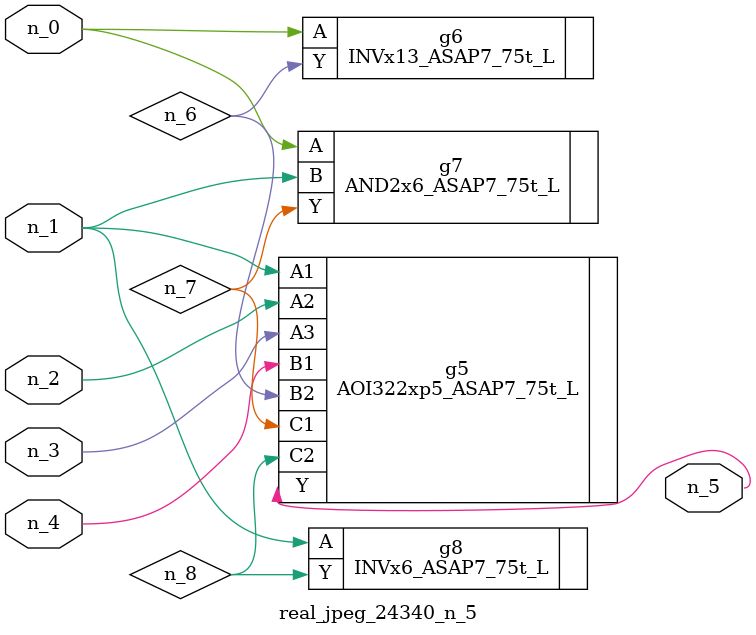
<source format=v>
module real_jpeg_24340_n_5 (n_4, n_0, n_1, n_2, n_3, n_5);

input n_4;
input n_0;
input n_1;
input n_2;
input n_3;

output n_5;

wire n_8;
wire n_6;
wire n_7;

INVx13_ASAP7_75t_L g6 ( 
.A(n_0),
.Y(n_6)
);

AND2x6_ASAP7_75t_L g7 ( 
.A(n_0),
.B(n_1),
.Y(n_7)
);

AOI322xp5_ASAP7_75t_L g5 ( 
.A1(n_1),
.A2(n_2),
.A3(n_3),
.B1(n_4),
.B2(n_6),
.C1(n_7),
.C2(n_8),
.Y(n_5)
);

INVx6_ASAP7_75t_L g8 ( 
.A(n_1),
.Y(n_8)
);


endmodule
</source>
